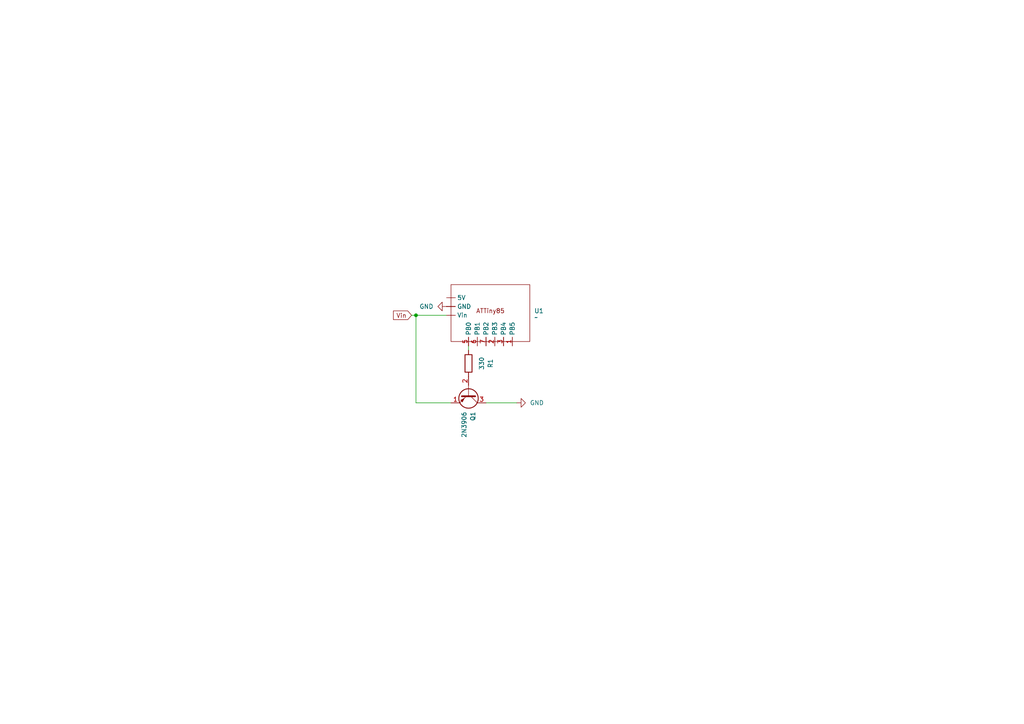
<source format=kicad_sch>
(kicad_sch (version 20250114) (generator "eeschema") (generator_version "9.0")
  (paper "A4")
  (lib_symbols
    (symbol "Device:R" (pin_numbers (hide yes)) (pin_names (offset 0))
      (property "Reference" "R" (at 2.032 0 90))
      (property "Value" "R" (at 0 0 90))
      (symbol "R_0_1"
        (rectangle (start -1.016 -2.54) (end 1.016 2.54) (stroke (width 0.254)))
      )
      (symbol "R_1_1"
        (pin passive line (at 0 3.81 270) (length 1.27) (name "~") (number "1"))
        (pin passive line (at 0 -3.81 90) (length 1.27) (name "~") (number "2"))
      )
    )
    (symbol "Transistor_BJT:2N3906" (pin_names (offset 0) (hide yes))
      (property "Reference" "Q" (at 5.08 1.905 0))
      (property "Value" "2N3906" (at 5.08 0 0))
      (symbol "2N3906_0_1"
        (polyline (pts (xy -2.54 0) (xy 0.635 0)))
        (polyline (pts (xy 0.635 1.905) (xy 0.635 -1.905)) (stroke (width 0.508)))
        (polyline (pts (xy 0.635 0.635) (xy 2.54 2.54)))
        (polyline (pts (xy 0.635 -0.635) (xy 2.54 -2.54)))
        (circle (center 1.27 0) (radius 2.8194) (stroke (width 0.254)))
        (polyline (pts (xy 2.286 -1.778) (xy 1.778 -2.286) (xy 1.27 -1.27) (xy 2.286 -1.778)) (fill (type outline)))
      )
      (symbol "2N3906_1_1"
        (pin input line (at -5.08 0 0) (length 2.54) (name "B") (number "2"))
        (pin passive line (at 2.54 5.08 270) (length 2.54) (name "C") (number "3"))
        (pin passive line (at 2.54 -5.08 90) (length 2.54) (name "E") (number "1"))
      )
    )
    (symbol "my-lib:attiny85_devkit"
      (property "Reference" "U" (at -3.81 -3.81 0))
      (symbol "attiny85_devkit_0_1"
        (rectangle (start -5.08 -2.54) (end 17.78 -19.05))
      )
      (symbol "attiny85_devkit_1_1"
        (text "ATTiny85" (at 6.35 -10.16 0) (effects (font (size 1.27 1.27))))
        (pin power_out line (at -6.35 -6.35 0) (length 2.54) (name "5V") (number ""))
        (pin power_in line (at -6.35 -8.89 0) (length 2.54) (name "GND") (number ""))
        (pin power_in line (at -6.35 -11.43 0) (length 2.54) (name "Vin") (number ""))
        (pin bidirectional line (at 0 -20.32 90) (length 2.54) (name "PB0") (number "5"))
        (pin bidirectional line (at 2.54 -20.32 90) (length 2.54) (name "PB1") (number "6"))
        (pin bidirectional line (at 5.08 -20.32 90) (length 2.54) (name "PB2") (number "7"))
        (pin bidirectional line (at 7.62 -20.32 90) (length 2.54) (name "PB3") (number "2"))
        (pin bidirectional line (at 10.16 -20.32 90) (length 2.54) (name "PB4") (number "3"))
        (pin bidirectional line (at 12.7 -20.32 90) (length 2.54) (name "PB5") (number "1"))
      )
    )
    (symbol "power:GND" (power) (pin_numbers (hide yes)) (pin_names (offset 0) (hide yes))
      (property "Value" "GND" (at 0 -3.81 0))
      (symbol "GND_0_1"
        (polyline (pts (xy 0 0) (xy 0 -1.27) (xy 1.27 -1.27) (xy 0 -2.54) (xy -1.27 -1.27) (xy 0 -1.27)))
      )
      (symbol "GND_1_1"
        (pin power_in line (at 0 0 270) (length 0) (name "~") (number "1"))
      )
    )
  )
  (junction (at 120.65 91.44))
  (wire (pts (xy 140.97 116.84) (xy 149.86 116.84)))
  (wire (pts (xy 120.65 116.84) (xy 130.81 116.84)))
  (wire (pts (xy 120.65 91.44) (xy 120.65 116.84)))
  (wire (pts (xy 135.89 101.6) (xy 135.89 100.33)))
  (wire (pts (xy 120.65 91.44) (xy 129.54 91.44)))
  (wire (pts (xy 119.38 91.44) (xy 120.65 91.44)))
  (global_label "Vin" (shape input) (at 119.38 91.44 180) (property "Intersheetrefs" "${INTERSHEET_REFS}" (effects (hide yes))))
  (symbol (lib_id "Device:R") (at 135.89 105.41 0) (unit 1)
    (property "Reference" "R1" (at 142.24 105.41 90))
    (property "Value" "330" (at 139.7 105.41 90))
    (property "Footprint" "Resistor_THT:R_Axial_DIN0309_L9.0mm_D3.2mm_P12.70mm_Horizontal" (effects (hide yes)))
    (property "Description" "Resistor" (effects (hide yes)))
  )
  (symbol (lib_id "my-lib:attiny85_devkit") (at 135.89 80.01 0) (unit 1)
    (property "Reference" "U1" (at 154.94 90.1699 0) (effects (justify left)))
    (property "Value" "~" (at 154.94 92.075 0) (effects (justify left)))
  )
  (symbol (lib_id "power:GND") (at 149.86 116.84 90) (unit 1)
    (property "Reference" "#PWR02" (effects (hide yes)))
    (property "Value" "GND" (at 153.67 116.8399 90) (effects (justify right)))
    (property "Description" "Power symbol creates a global label with name \"GND\" , ground" (effects (hide yes)))
  )
  (symbol (lib_id "Transistor_BJT:2N3906") (at 135.89 114.3 270) (unit 1)
    (property "Reference" "Q1" (at 137.1601 119.38 0) (effects (justify left)))
    (property "Value" "2N3906" (at 134.6201 119.38 0) (effects (justify left)))
    (property "Footprint" "Package_TO_SOT_THT:TO-92_Inline" (effects (hide yes)))
    (property "Datasheet" "https://www.onsemi.com/pub/Collateral/2N3906-D.PDF" (effects (hide yes)))
    (property "Description" "-0.2A Ic, -40V Vce, Small Signal PNP Transistor, TO-92" (effects (hide yes)))
  )
  (symbol (lib_id "power:GND") (at 129.54 88.9 270) (unit 1)
    (property "Reference" "#PWR01" (effects (hide yes)))
    (property "Value" "GND" (at 125.73 88.8999 90) (effects (justify right)))
    (property "Description" "Power symbol creates a global label with name \"GND\" , ground" (effects (hide yes)))
  )
)
</source>
